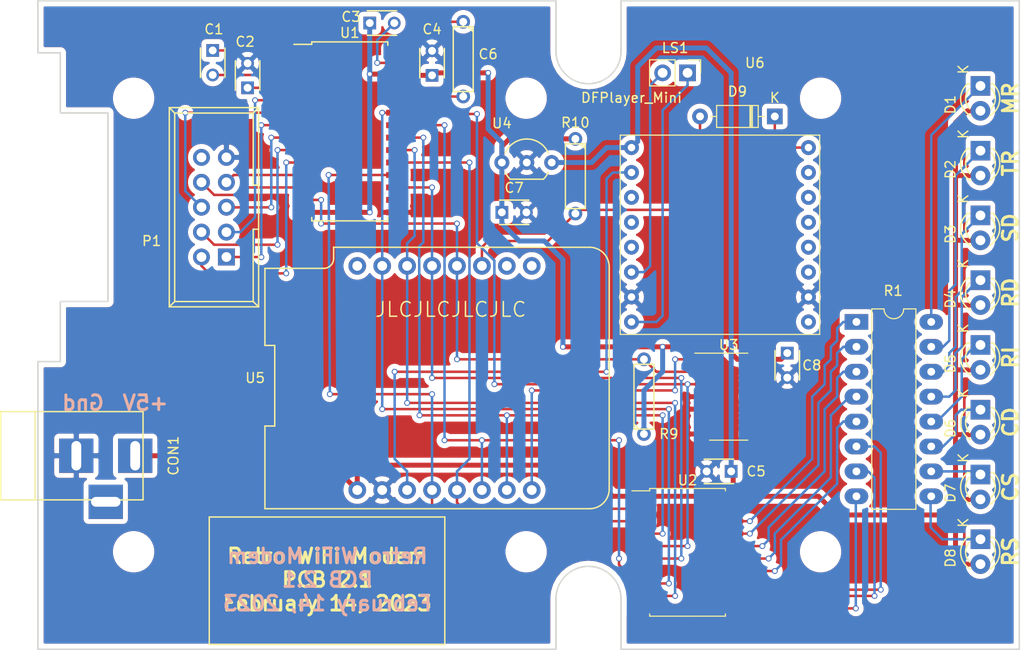
<source format=kicad_pcb>
(kicad_pcb (version 20171130) (host pcbnew 5.1.12)
  (title_block (title "Retro WiFi Modem") (date 2020-03-24) (rev 0.3))
  (layers (0 F.Cu signal) (31 B.Cu signal) (34 B.Paste user) (35 F.Paste user) (36 B.SilkS user) (37 F.SilkS user) (38 B.Mask user) (39 F.Mask user) (44 Edge.Cuts user))
  (net 0 "")
  (net 1 "Net-(C1-Pad1)")
  (net 2 "Net-(C1-Pad2)")
  (net 3 "Net-(C2-Pad1)")
  (net 4 GND)
  (net 5 +3V3)
  (net 6 +5V)
  (net 7 "Net-(C6-Pad1)")
  (net 8 "Net-(C6-Pad2)")
  (net 9 "Net-(D1-Pad1)")
  (net 10 "Net-(D2-Pad1)")
  (net 11 "Net-(D3-Pad1)")
  (net 12 "Net-(D4-Pad1)")
  (net 13 "Net-(D5-Pad1)")
  (net 14 "Net-(D6-Pad1)")
  (net 15 "Net-(D7-Pad1)")
  (net 16 "Net-(D8-Pad1)")
  (net 17 "Net-(P1-Pad1)")
  (net 18 "Net-(P1-Pad2)")
  (net 19 "Net-(P1-Pad3)")
  (net 20 "Net-(P1-Pad4)")
  (net 21 "Net-(P1-Pad5)")
  (net 22 "Net-(P1-Pad6)")
  (net 23 "Net-(P1-Pad7)")
  (net 24 "Net-(P1-Pad8)")
  (net 25 "Net-(R1-Pad1)")
  (net 26 "Net-(R9-Pad2)")
  (net 27 "Net-(U1-Pad16)")
  (net 28 "Net-(U1-Pad17)")
  (net 29 "Net-(U1-Pad18)")
  (net 30 "Net-(U3-Pad1)")
  (net 31 "Net-(U5-Pad16)")
  (net 32 "Net-(U5-Pad10)")
  (net 33 "Net-(U5-Pad9)")
  (net 34 "Net-(U3-Pad6)")
  (net 35 "Net-(U3-Pad8)")
  (net 36 "Net-(U3-Pad11)")
  (net 37 "Net-(CON1-Pad3)")
  (net 38 "Net-(U5-Pad3)")
  (net 39 "Net-(P1-Pad10)")
  (net 40 "Net-(C3-Pad2)")
  (net 41 "Net-(U1-Pad19)")
  (net 42 "Net-(U1-Pad20)")
  (net 43 "Net-(U1-Pad21)")
  (net 44 "Net-(U1-Pad22)")
  (net 45 "Net-(U1-Pad23)")
  (net 46 "Net-(U1-Pad24)")
  (net 47 "Net-(D9-Pad1)")
  (net 48 "Net-(D9-Pad2)")
  (net 49 "Net-(LS1-Pad1)")
  (net 50 "Net-(LS1-Pad2)")
  (net 51 "Net-(U6-Pad3)")
  (net 52 "Net-(U6-Pad4)")
  (net 53 "Net-(U6-Pad5)")
  (net 54 "Net-(U6-Pad9)")
  (net 55 "Net-(U6-Pad11)")
  (net 56 "Net-(U6-Pad12)")
  (net 57 "Net-(U6-Pad13)")
  (net 58 "Net-(U6-Pad14)")
  (net 59 "Net-(U6-Pad15)")
  (net 60 "Net-(R1-Pad2)")
  (net 61 "Net-(R1-Pad3)")
  (net 62 "Net-(R1-Pad4)")
  (net 63 "Net-(R1-Pad5)")
  (net 64 "Net-(R1-Pad6)")
  (net 65 "Net-(R1-Pad7)")
  (net 66 "Net-(R1-Pad8)")
  (module modules:DFPlayerMini (layer F.Cu) (at 170.18 90.805)
    (fp_text reference U6 (at 12.573 -8.636) (layer F.SilkS))
    (fp_text value DFPlayer_Mini (at 0 -5.08) (layer F.SilkS))
    (pad 16 thru_hole circle (at 18.034 0) (size 1.524 1.524) (drill 0.762) (layers *.Cu *.Mask) (net 47 "Net-(D9-Pad1)"))
    (pad 15 thru_hole circle (at 18.034 2.54) (size 1.524 1.524) (drill 0.762) (layers *.Cu *.Mask) (net 59 "Net-(U6-Pad15)"))
    (pad 14 thru_hole circle (at 18.034 5.08) (size 1.524 1.524) (drill 0.762) (layers *.Cu *.Mask) (net 58 "Net-(U6-Pad14)"))
    (pad 13 thru_hole circle (at 18.034 7.62) (size 1.524 1.524) (drill 0.762) (layers *.Cu *.Mask) (net 57 "Net-(U6-Pad13)"))
    (pad 12 thru_hole circle (at 18.034 10.16) (size 1.524 1.524) (drill 0.762) (layers *.Cu *.Mask) (net 56 "Net-(U6-Pad12)"))
    (pad 11 thru_hole circle (at 18.034 12.7) (size 1.524 1.524) (drill 0.762) (layers *.Cu *.Mask) (net 55 "Net-(U6-Pad11)"))
    (pad 10 thru_hole circle (at 18.034 15.24) (size 1.524 1.524) (drill 0.762) (layers *.Cu *.Mask) (net 4 GND))
    (pad 9 thru_hole circle (at 18.034 17.78) (size 1.524 1.524) (drill 0.762) (layers *.Cu *.Mask) (net 54 "Net-(U6-Pad9)"))
    (pad 8 thru_hole circle (at 0 17.78) (size 1.524 1.524) (drill 0.762) (layers *.Cu *.Mask) (net 49 "Net-(LS1-Pad1)"))
    (pad 7 thru_hole circle (at 0 15.24) (size 1.524 1.524) (drill 0.762) (layers *.Cu *.Mask) (net 4 GND))
    (pad 6 thru_hole circle (at 0 12.7) (size 1.524 1.524) (drill 0.762) (layers *.Cu *.Mask) (net 50 "Net-(LS1-Pad2)"))
    (pad 5 thru_hole circle (at 0 10.16) (size 1.524 1.524) (drill 0.762) (layers *.Cu *.Mask) (net 53 "Net-(U6-Pad5)"))
    (pad 4 thru_hole circle (at 0 7.62) (size 1.524 1.524) (drill 0.762) (layers *.Cu *.Mask) (net 52 "Net-(U6-Pad4)"))
    (pad 3 thru_hole circle (at 0 5.08) (size 1.524 1.524) (drill 0.762) (layers *.Cu *.Mask) (net 51 "Net-(U6-Pad3)"))
    (pad 2 thru_hole circle (at 0 2.54) (size 1.524 1.524) (drill 0.762) (layers *.Cu *.Mask) (net 38 "Net-(U5-Pad3)"))
    (pad 1 thru_hole circle (at 0 0) (size 1.524 1.524) (drill 0.762) (layers *.Cu *.Mask) (net 6 +5V))
  )
  (module modules:C_Disc_D3_P2.5 (layer F.Cu) (at 186.055 111.76 270)
    (fp_text reference C8 (at 1.25 -2.5 180) (layer F.SilkS))
    (fp_text value 100nF)
    (pad 2 thru_hole circle (at 2.5 0 270) (size 1.3 1.3) (drill 0.8) (layers *.Cu *.Mask) (net 4 GND))
    (pad 1 thru_hole rect (at 0 0 270) (size 1.3 1.3) (drill 0.8) (layers *.Cu *.Mask) (net 5 +3V3))
  )
  (module modules:C_Disc_D3_P2.5 (layer F.Cu) (at 156.972 97.409)
    (fp_text reference C7 (at 1.25 -2.5) (layer F.SilkS))
    (fp_text value 1uF)
    (pad 2 thru_hole circle (at 2.5 0) (size 1.3 1.3) (drill 0.8) (layers *.Cu *.Mask) (net 4 GND))
    (pad 1 thru_hole rect (at 0 0) (size 1.3 1.3) (drill 0.8) (layers *.Cu *.Mask) (net 5 +3V3))
  )
  (module modules:C_Disc_D3_P2.5 (layer F.Cu) (at 180.34 123.825 180)
    (fp_text reference C5 (at -2.54 0) (layer F.SilkS))
    (fp_text value 100nF)
    (pad 2 thru_hole circle (at 2.5 0 180) (size 1.3 1.3) (drill 0.8) (layers *.Cu *.Mask) (net 4 GND))
    (pad 1 thru_hole rect (at 0 0 180) (size 1.3 1.3) (drill 0.8) (layers *.Cu *.Mask) (net 6 +5V))
  )
  (module modules:C_Disc_D3_P2.5 (layer F.Cu) (at 149.86 83.439 90)
    (fp_text reference C4 (at 4.699 0 180) (layer F.SilkS))
    (fp_text value 100nF)
    (pad 2 thru_hole circle (at 2.5 0 90) (size 1.3 1.3) (drill 0.8) (layers *.Cu *.Mask) (net 4 GND))
    (pad 1 thru_hole rect (at 0 0 90) (size 1.3 1.3) (drill 0.8) (layers *.Cu *.Mask) (net 5 +3V3))
  )
  (module modules:C_Disc_D3_P2.5 (layer F.Cu) (at 143.51 78.105)
    (fp_text reference C3 (at -1.905 -0.635) (layer F.SilkS))
    (fp_text value 100nF)
    (pad 2 thru_hole circle (at 2.5 0) (size 1.3 1.3) (drill 0.8) (layers *.Cu *.Mask) (net 40 "Net-(C3-Pad2)"))
    (pad 1 thru_hole rect (at 0 0) (size 1.3 1.3) (drill 0.8) (layers *.Cu *.Mask) (net 5 +3V3))
  )
  (module modules:C_Disc_D3_P2.5 (layer F.Cu) (at 131.064 84.709 90)
    (fp_text reference C2 (at 4.699 -0.254 180) (layer F.SilkS))
    (fp_text value 100nF)
    (pad 2 thru_hole circle (at 2.5 0 90) (size 1.3 1.3) (drill 0.8) (layers *.Cu *.Mask) (net 4 GND))
    (pad 1 thru_hole rect (at 0 0 90) (size 1.3 1.3) (drill 0.8) (layers *.Cu *.Mask) (net 3 "Net-(C2-Pad1)"))
  )
  (module modules:C_Disc_D3_P2.5 (layer F.Cu) (at 127.508 80.899 270)
    (fp_text reference C1 (at -2.159 -0.127 180) (layer F.SilkS))
    (fp_text value 100nF)
    (pad 2 thru_hole circle (at 2.5 0 270) (size 1.3 1.3) (drill 0.8) (layers *.Cu *.Mask) (net 2 "Net-(C1-Pad2)"))
    (pad 1 thru_hole rect (at 0 0 270) (size 1.3 1.3) (drill 0.8) (layers *.Cu *.Mask) (net 1 "Net-(C1-Pad1)"))
  )
  (module modules:R3 (layer F.Cu) (at 171.45 116.205 90)
    (fp_text reference R9 (at -3.81 2.54 180) (layer F.SilkS))
    (fp_text value 10K)
    (pad 2 thru_hole circle (at 3.81 0 90) (size 1.397 1.397) (drill 0.8) (layers *.Cu *.Mask) (net 26 "Net-(R9-Pad2)"))
    (pad 1 thru_hole circle (at -3.81 0 90) (size 1.397 1.397) (drill 0.8) (layers *.Cu *.Mask) (net 5 +3V3))
  )
  (module modules:R3 (layer F.Cu) (at 153.035 81.788 270)
    (fp_text reference C6 (at -0.508 -2.54 180) (layer F.SilkS))
    (fp_text value 100nF)
    (pad 2 thru_hole circle (at 3.81 0 270) (size 1.397 1.397) (drill 0.8) (layers *.Cu *.Mask) (net 8 "Net-(C6-Pad2)"))
    (pad 1 thru_hole circle (at -3.81 0 270) (size 1.397 1.397) (drill 0.8) (layers *.Cu *.Mask) (net 7 "Net-(C6-Pad1)"))
  )
  (module modules:R3 (layer F.Cu) (at 164.465 93.726 270)
    (fp_text reference R10 (at -5.461 0 180) (layer F.SilkS))
    (fp_text value 10K)
    (pad 2 thru_hole circle (at 3.81 0 270) (size 1.397 1.397) (drill 0.8) (layers *.Cu *.Mask) (net 48 "Net-(D9-Pad2)"))
    (pad 1 thru_hole circle (at -3.81 0 270) (size 1.397 1.397) (drill 0.8) (layers *.Cu *.Mask) (net 5 +3V3))
  )
  (module modules:wemos-d1-mini-with-pin-header-and-connector (layer F.Cu) (at 151.13 114.3)
    (fp_text reference U5 (at -19.3 0 180) (layer F.SilkS))
    (fp_text value WeMos_mini)
    (pad 8 thru_hole circle (at 8.89 11.43) (size 1.8 1.8) (drill 1) (layers *.Cu *.Mask) (net 30 "Net-(U3-Pad1)"))
    (pad 9 thru_hole circle (at 8.89 -11.43) (size 1.8 1.8) (drill 1) (layers *.Cu *.Mask) (net 33 "Net-(U5-Pad9)"))
    (pad 7 thru_hole circle (at 6.35 11.43) (size 1.8 1.8) (drill 1) (layers *.Cu *.Mask) (net 43 "Net-(U1-Pad21)"))
    (pad 10 thru_hole circle (at 6.35 -11.43) (size 1.8 1.8) (drill 1) (layers *.Cu *.Mask) (net 32 "Net-(U5-Pad10)"))
    (pad 6 thru_hole circle (at 3.81 11.43) (size 1.8 1.8) (drill 1) (layers *.Cu *.Mask) (net 44 "Net-(U1-Pad22)"))
    (pad 11 thru_hole circle (at 3.81 -11.43) (size 1.8 1.8) (drill 1) (layers *.Cu *.Mask) (net 48 "Net-(D9-Pad2)"))
    (pad 5 thru_hole circle (at 1.27 11.43) (size 1.8 1.8) (drill 1) (layers *.Cu *.Mask) (net 41 "Net-(U1-Pad19)"))
    (pad 12 thru_hole circle (at 1.27 -11.43) (size 1.8 1.8) (drill 1) (layers *.Cu *.Mask) (net 26 "Net-(R9-Pad2)"))
    (pad 4 thru_hole circle (at -1.27 11.43) (size 1.8 1.8) (drill 1) (layers *.Cu *.Mask) (net 29 "Net-(U1-Pad18)"))
    (pad 13 thru_hole circle (at -1.27 -11.43) (size 1.8 1.8) (drill 1) (layers *.Cu *.Mask) (net 28 "Net-(U1-Pad17)"))
    (pad 3 thru_hole circle (at -3.81 11.43) (size 1.8 1.8) (drill 1) (layers *.Cu *.Mask) (net 38 "Net-(U5-Pad3)"))
    (pad 14 thru_hole circle (at -3.81 -11.43) (size 1.8 1.8) (drill 1) (layers *.Cu *.Mask) (net 42 "Net-(U1-Pad20)"))
    (pad 2 thru_hole circle (at -6.35 11.43) (size 1.8 1.8) (drill 1) (layers *.Cu *.Mask) (net 4 GND))
    (pad 15 thru_hole circle (at -6.35 -11.43) (size 1.8 1.8) (drill 1) (layers *.Cu *.Mask) (net 45 "Net-(U1-Pad23)"))
    (pad 1 thru_hole circle (at -8.89 11.43) (size 1.8 1.8) (drill 1) (layers *.Cu *.Mask) (net 6 +5V))
    (pad 16 thru_hole circle (at -8.89 -11.43) (size 1.8 1.8) (drill 1) (layers *.Cu *.Mask) (net 31 "Net-(U5-Pad16)"))
  )
  (module modules:IDC_Header_Straight_10pins (layer F.Cu) (at 128.905 101.965 90)
    (fp_text reference P1 (at 1.635 -7.62 180) (layer F.SilkS))
    (fp_text value CONN_02X05)
    (pad 10 thru_hole oval (at 10.16 -2.54 90) (size 1.7272 1.7272) (drill 1) (layers *.Cu *.Mask) (net 39 "Net-(P1-Pad10)"))
    (pad 9 thru_hole oval (at 10.16 0 90) (size 1.7272 1.7272) (drill 1) (layers *.Cu *.Mask) (net 4 GND))
    (pad 8 thru_hole oval (at 7.62 -2.54 90) (size 1.7272 1.7272) (drill 1) (layers *.Cu *.Mask) (net 24 "Net-(P1-Pad8)"))
    (pad 7 thru_hole oval (at 7.62 0 90) (size 1.7272 1.7272) (drill 1) (layers *.Cu *.Mask) (net 23 "Net-(P1-Pad7)"))
    (pad 6 thru_hole oval (at 5.08 -2.54 90) (size 1.7272 1.7272) (drill 1) (layers *.Cu *.Mask) (net 22 "Net-(P1-Pad6)"))
    (pad 5 thru_hole oval (at 5.08 0 90) (size 1.7272 1.7272) (drill 1) (layers *.Cu *.Mask) (net 21 "Net-(P1-Pad5)"))
    (pad 4 thru_hole oval (at 2.54 -2.54 90) (size 1.7272 1.7272) (drill 1) (layers *.Cu *.Mask) (net 20 "Net-(P1-Pad4)"))
    (pad 3 thru_hole oval (at 2.54 0 90) (size 1.7272 1.7272) (drill 1) (layers *.Cu *.Mask) (net 19 "Net-(P1-Pad3)"))
    (pad 2 thru_hole oval (at 0 -2.54 90) (size 1.7272 1.7272) (drill 1) (layers *.Cu *.Mask) (net 18 "Net-(P1-Pad2)"))
    (pad 1 thru_hole rect (at 0 0 90) (size 1.7272 1.7272) (drill 1) (layers *.Cu *.Mask) (net 17 "Net-(P1-Pad1)"))
  )
  (module modules:BARREL_JACK (layer F.Cu) (at 113.41 122.23)
    (fp_text reference CON1 (at 10.09904 0 90) (layer F.SilkS))
    (fp_text value "5V centre +")
    (pad 3 thru_hole rect (at 3.2004 4.699) (size 3.50012 3.50012) (drill oval 3 1) (layers *.Cu *.Mask) (net 37 "Net-(CON1-Pad3)"))
    (pad 2 thru_hole rect (at 0.20066 0) (size 3.50012 3.50012) (drill oval 1 3) (layers *.Cu *.Mask) (net 4 GND))
    (pad 1 thru_hole rect (at 6.20014 0) (size 3.50012 3.50012) (drill oval 1 3) (layers *.Cu *.Mask) (net 6 +5V))
  )
  (module modules:LED-3MM (layer F.Cu) (at 205.74 130.744 270)
    (fp_text reference D8 (at 1.91 3.06 90) (layer F.SilkS))
    (fp_text value TLPR5600)
    (fp_text user K (at -1.69 1.74 90) (layer F.SilkS))
    (pad 2 thru_hole circle (at 2.54 0 270) (size 2 2) (drill 1) (layers *.Cu *.Mask) (net 6 +5V))
    (pad 1 thru_hole rect (at 0 0) (size 2 2) (drill 1) (layers *.Cu *.Mask) (net 16 "Net-(D8-Pad1)"))
  )
  (module modules:LED-3MM (layer F.Cu) (at 205.74 124.14 270)
    (fp_text reference D7 (at 1.91 3.06 90) (layer F.SilkS))
    (fp_text value TLPR5600)
    (fp_text user K (at -1.69 1.74 90) (layer F.SilkS))
    (pad 2 thru_hole circle (at 2.54 0 270) (size 2 2) (drill 1) (layers *.Cu *.Mask) (net 6 +5V))
    (pad 1 thru_hole rect (at 0 0) (size 2 2) (drill 1) (layers *.Cu *.Mask) (net 15 "Net-(D7-Pad1)"))
  )
  (module modules:LED-3MM (layer F.Cu) (at 205.74 117.536 270)
    (fp_text reference D6 (at 1.91 3.06 90) (layer F.SilkS))
    (fp_text value TLPR5600)
    (fp_text user K (at -1.69 1.74 90) (layer F.SilkS))
    (pad 2 thru_hole circle (at 2.54 0 270) (size 2 2) (drill 1) (layers *.Cu *.Mask) (net 6 +5V))
    (pad 1 thru_hole rect (at 0 0) (size 2 2) (drill 1) (layers *.Cu *.Mask) (net 14 "Net-(D6-Pad1)"))
  )
  (module modules:LED-3MM (layer F.Cu) (at 205.74 110.932 270)
    (fp_text reference D5 (at 1.91 3.06 90) (layer F.SilkS))
    (fp_text value TLPR5600)
    (fp_text user K (at -1.69 1.74 90) (layer F.SilkS))
    (pad 2 thru_hole circle (at 2.54 0 270) (size 2 2) (drill 1) (layers *.Cu *.Mask) (net 6 +5V))
    (pad 1 thru_hole rect (at 0 0) (size 2 2) (drill 1) (layers *.Cu *.Mask) (net 13 "Net-(D5-Pad1)"))
  )
  (module modules:LED-3MM (layer F.Cu) (at 205.74 104.328 270)
    (fp_text reference D4 (at 1.91 3.06 90) (layer F.SilkS))
    (fp_text value TLPR5600)
    (fp_text user K (at -1.69 1.74 90) (layer F.SilkS))
    (pad 2 thru_hole circle (at 2.54 0 270) (size 2 2) (drill 1) (layers *.Cu *.Mask) (net 6 +5V))
    (pad 1 thru_hole rect (at 0 0) (size 2 2) (drill 1) (layers *.Cu *.Mask) (net 12 "Net-(D4-Pad1)"))
  )
  (module modules:LED-3MM (layer F.Cu) (at 205.74 97.724 270)
    (fp_text reference D3 (at 1.91 3.06 90) (layer F.SilkS))
    (fp_text value TLPR5600)
    (fp_text user K (at -1.69 1.74 90) (layer F.SilkS))
    (pad 2 thru_hole circle (at 2.54 0 270) (size 2 2) (drill 1) (layers *.Cu *.Mask) (net 6 +5V))
    (pad 1 thru_hole rect (at 0 0) (size 2 2) (drill 1) (layers *.Cu *.Mask) (net 11 "Net-(D3-Pad1)"))
  )
  (module modules:LED-3MM (layer F.Cu) (at 205.74 91.12 270)
    (fp_text reference D2 (at 1.91 3.06 90) (layer F.SilkS))
    (fp_text value TLPR5600)
    (fp_text user K (at -1.69 1.74 90) (layer F.SilkS))
    (pad 2 thru_hole circle (at 2.54 0 270) (size 2 2) (drill 1) (layers *.Cu *.Mask) (net 6 +5V))
    (pad 1 thru_hole rect (at 0 0) (size 2 2) (drill 1) (layers *.Cu *.Mask) (net 10 "Net-(D2-Pad1)"))
  )
  (module modules:LED-3MM (layer F.Cu) (at 205.74 84.516 270)
    (fp_text reference D1 (at 1.91 3.06 90) (layer F.SilkS))
    (fp_text value TLPR5600)
    (fp_text user K (at -1.69 1.74 90) (layer F.SilkS))
    (pad 2 thru_hole circle (at 2.54 0 270) (size 2 2) (drill 1) (layers *.Cu *.Mask) (net 6 +5V))
    (pad 1 thru_hole rect (at 0 0) (size 2 2) (drill 1) (layers *.Cu *.Mask) (net 9 "Net-(D1-Pad1)"))
  )
  (module modules:PinHeader_1x02_P2.54mm_Vertical (layer F.Cu) (at 175.895 83.185 270)
    (fp_text reference LS1 (at -2.54 1.27 180) (layer F.SilkS))
    (fp_text value Speaker)
    (pad 1 thru_hole rect (at 0 0 270) (size 1.7 1.7) (drill 1) (layers *.Cu *.Mask) (net 49 "Net-(LS1-Pad1)"))
    (pad 2 thru_hole oval (at 0 2.54 270) (size 1.7 1.7) (drill 1) (layers *.Cu *.Mask) (net 50 "Net-(LS1-Pad2)"))
  )
  (module modules:DIP-16_W7.62mm_LongPads (layer F.Cu) (at 193.1035 108.585)
    (fp_text reference R1 (at 3.7465 -3.175) (layer F.SilkS))
    (fp_text value 560R)
    (pad 16 thru_hole oval (at 7.62 0) (size 2.4 1.6) (drill 0.8) (layers *.Cu *.Mask) (net 9 "Net-(D1-Pad1)"))
    (pad 8 thru_hole oval (at 0 17.78) (size 2.4 1.6) (drill 0.8) (layers *.Cu *.Mask) (net 66 "Net-(R1-Pad8)"))
    (pad 15 thru_hole oval (at 7.62 2.54) (size 2.4 1.6) (drill 0.8) (layers *.Cu *.Mask) (net 10 "Net-(D2-Pad1)"))
    (pad 7 thru_hole oval (at 0 15.24) (size 2.4 1.6) (drill 0.8) (layers *.Cu *.Mask) (net 65 "Net-(R1-Pad7)"))
    (pad 14 thru_hole oval (at 7.62 5.08) (size 2.4 1.6) (drill 0.8) (layers *.Cu *.Mask) (net 11 "Net-(D3-Pad1)"))
    (pad 6 thru_hole oval (at 0 12.7) (size 2.4 1.6) (drill 0.8) (layers *.Cu *.Mask) (net 64 "Net-(R1-Pad6)"))
    (pad 13 thru_hole oval (at 7.62 7.62) (size 2.4 1.6) (drill 0.8) (layers *.Cu *.Mask) (net 12 "Net-(D4-Pad1)"))
    (pad 5 thru_hole oval (at 0 10.16) (size 2.4 1.6) (drill 0.8) (layers *.Cu *.Mask) (net 63 "Net-(R1-Pad5)"))
    (pad 12 thru_hole oval (at 7.62 10.16) (size 2.4 1.6) (drill 0.8) (layers *.Cu *.Mask) (net 13 "Net-(D5-Pad1)"))
    (pad 4 thru_hole oval (at 0 7.62) (size 2.4 1.6) (drill 0.8) (layers *.Cu *.Mask) (net 62 "Net-(R1-Pad4)"))
    (pad 11 thru_hole oval (at 7.62 12.7) (size 2.4 1.6) (drill 0.8) (layers *.Cu *.Mask) (net 14 "Net-(D6-Pad1)"))
    (pad 3 thru_hole oval (at 0 5.08) (size 2.4 1.6) (drill 0.8) (layers *.Cu *.Mask) (net 61 "Net-(R1-Pad3)"))
    (pad 10 thru_hole oval (at 7.62 15.24) (size 2.4 1.6) (drill 0.8) (layers *.Cu *.Mask) (net 15 "Net-(D7-Pad1)"))
    (pad 2 thru_hole oval (at 0 2.54) (size 2.4 1.6) (drill 0.8) (layers *.Cu *.Mask) (net 60 "Net-(R1-Pad2)"))
    (pad 9 thru_hole oval (at 7.62 17.78) (size 2.4 1.6) (drill 0.8) (layers *.Cu *.Mask) (net 16 "Net-(D8-Pad1)"))
    (pad 1 thru_hole rect (at 0 0) (size 2.4 1.6) (drill 0.8) (layers *.Cu *.Mask) (net 25 "Net-(R1-Pad1)"))
  )
  (module modules:TO-92_Inline_Wide (layer F.Cu) (at 156.972 92.329)
    (fp_text reference U4 (at 0 -4 180) (layer F.SilkS))
    (fp_text value L4931CZ33-AP)
    (pad 1 thru_hole circle (at 0 0 90) (size 1.524 1.524) (drill 0.8) (layers *.Cu *.Mask) (net 5 +3V3))
    (pad 3 thru_hole circle (at 5.08 0 90) (size 1.524 1.524) (drill 0.8) (layers *.Cu *.Mask) (net 6 +5V))
    (pad 2 thru_hole circle (at 2.54 0 90) (size 1.524 1.524) (drill 0.8) (layers *.Cu *.Mask) (net 4 GND))
  )
  (module modules:SOIC-14_3.9x8.7mm_P1.27mm (layer F.Cu) (at 180.086 116.205)
    (fp_text reference U3 (at 0 -5.28) (layer F.SilkS))
    (fp_text value 74HC32)
    (pad 14 smd roundrect (at 2.475 -3.81) (size 1.95 0.6) (layers F.Cu F.Paste F.Mask) (net 5 +3V3))
    (pad 13 smd roundrect (at 2.475 -2.54) (size 1.95 0.6) (layers F.Cu F.Paste F.Mask) (net 4 GND))
    (pad 12 smd roundrect (at 2.475 -1.27) (size 1.95 0.6) (layers F.Cu F.Paste F.Mask) (net 4 GND))
    (pad 11 smd roundrect (at 2.475 0) (size 1.95 0.6) (layers F.Cu F.Paste F.Mask) (net 36 "Net-(U3-Pad11)"))
    (pad 10 smd roundrect (at 2.475 1.27) (size 1.95 0.6) (layers F.Cu F.Paste F.Mask) (net 4 GND))
    (pad 9 smd roundrect (at 2.475 2.54) (size 1.95 0.6) (layers F.Cu F.Paste F.Mask) (net 4 GND))
    (pad 8 smd roundrect (at 2.475 3.81) (size 1.95 0.6) (layers F.Cu F.Paste F.Mask) (net 35 "Net-(U3-Pad8)"))
    (pad 7 smd roundrect (at -2.475 3.81) (size 1.95 0.6) (layers F.Cu F.Paste F.Mask) (net 4 GND))
    (pad 6 smd roundrect (at -2.475 2.54) (size 1.95 0.6) (layers F.Cu F.Paste F.Mask) (net 34 "Net-(U3-Pad6)"))
    (pad 5 smd roundrect (at -2.475 1.27) (size 1.95 0.6) (layers F.Cu F.Paste F.Mask) (net 4 GND))
    (pad 4 smd roundrect (at -2.475 0) (size 1.95 0.6) (layers F.Cu F.Paste F.Mask) (net 4 GND))
    (pad 3 smd roundrect (at -2.475 -1.27) (size 1.95 0.6) (layers F.Cu F.Paste F.Mask) (net 46 "Net-(U1-Pad24)"))
    (pad 2 smd roundrect (at -2.475 -2.54) (size 1.95 0.6) (layers F.Cu F.Paste F.Mask) (net 26 "Net-(R9-Pad2)"))
    (pad 1 smd roundrect (at -2.475 -3.81) (size 1.95 0.6) (layers F.Cu F.Paste F.Mask) (net 30 "Net-(U3-Pad1)"))
  )
  (module modules:SOIC-20W_7.5x12.8mm_P1.27mm (layer F.Cu) (at 175.895 132.08)
    (fp_text reference U2 (at 0 -7.35) (layer F.SilkS))
    (fp_text value 74HCT245)
    (pad 20 smd roundrect (at 4.65 -5.715) (size 2.05 0.6) (layers F.Cu F.Paste F.Mask) (net 6 +5V))
    (pad 19 smd roundrect (at 4.65 -4.445) (size 2.05 0.6) (layers F.Cu F.Paste F.Mask) (net 4 GND))
    (pad 18 smd roundrect (at 4.65 -3.175) (size 2.05 0.6) (layers F.Cu F.Paste F.Mask) (net 25 "Net-(R1-Pad1)"))
    (pad 17 smd roundrect (at 4.65 -1.905) (size 2.05 0.6) (layers F.Cu F.Paste F.Mask) (net 60 "Net-(R1-Pad2)"))
    (pad 16 smd roundrect (at 4.65 -0.635) (size 2.05 0.6) (layers F.Cu F.Paste F.Mask) (net 61 "Net-(R1-Pad3)"))
    (pad 15 smd roundrect (at 4.65 0.635) (size 2.05 0.6) (layers F.Cu F.Paste F.Mask) (net 62 "Net-(R1-Pad4)"))
    (pad 14 smd roundrect (at 4.65 1.905) (size 2.05 0.6) (layers F.Cu F.Paste F.Mask) (net 63 "Net-(R1-Pad5)"))
    (pad 13 smd roundrect (at 4.65 3.175) (size 2.05 0.6) (layers F.Cu F.Paste F.Mask) (net 64 "Net-(R1-Pad6)"))
    (pad 12 smd roundrect (at 4.65 4.445) (size 2.05 0.6) (layers F.Cu F.Paste F.Mask) (net 65 "Net-(R1-Pad7)"))
    (pad 11 smd roundrect (at 4.65 5.715) (size 2.05 0.6) (layers F.Cu F.Paste F.Mask) (net 66 "Net-(R1-Pad8)"))
    (pad 10 smd roundrect (at -4.65 5.715) (size 2.05 0.6) (layers F.Cu F.Paste F.Mask) (net 4 GND))
    (pad 9 smd roundrect (at -4.65 4.445) (size 2.05 0.6) (layers F.Cu F.Paste F.Mask) (net 42 "Net-(U1-Pad20)"))
    (pad 8 smd roundrect (at -4.65 3.175) (size 2.05 0.6) (layers F.Cu F.Paste F.Mask) (net 45 "Net-(U1-Pad23)"))
    (pad 7 smd roundrect (at -4.65 1.905) (size 2.05 0.6) (layers F.Cu F.Paste F.Mask) (net 44 "Net-(U1-Pad22)"))
    (pad 6 smd roundrect (at -4.65 0.635) (size 2.05 0.6) (layers F.Cu F.Paste F.Mask) (net 28 "Net-(U1-Pad17)"))
    (pad 5 smd roundrect (at -4.65 -0.635) (size 2.05 0.6) (layers F.Cu F.Paste F.Mask) (net 46 "Net-(U1-Pad24)"))
    (pad 4 smd roundrect (at -4.65 -1.905) (size 2.05 0.6) (layers F.Cu F.Paste F.Mask) (net 43 "Net-(U1-Pad21)"))
    (pad 3 smd roundrect (at -4.65 -3.175) (size 2.05 0.6) (layers F.Cu F.Paste F.Mask) (net 29 "Net-(U1-Pad18)"))
    (pad 2 smd roundrect (at -4.65 -4.445) (size 2.05 0.6) (layers F.Cu F.Paste F.Mask) (net 41 "Net-(U1-Pad19)"))
    (pad 1 smd roundrect (at -4.65 -5.715) (size 2.05 0.6) (layers F.Cu F.Paste F.Mask) (net 6 +5V))
  )
  (module modules:MountingHole_3.2mm_Hammond_1593 (layer F.Cu) (at 119.45 85.77)
    (fp_text reference "" (at 0 -4.2) (layer F.SilkS))
    (fp_text value "")
    (pad 1 np_thru_hole circle (at 0 0) (size 3.2 3.2) (drill 3.2) (layers *.Cu *.Mask))
  )
  (module modules:MountingHole_3.2mm_Hammond_1593 (layer F.Cu) (at 119.45 132.02)
    (fp_text reference "" (at 0 -4.2) (layer F.SilkS))
    (fp_text value "")
    (pad 1 np_thru_hole circle (at 0 0) (size 3.2 3.2) (drill 3.2) (layers *.Cu *.Mask))
  )
  (module modules:MountingHole_3.2mm_Hammond_1593 (layer F.Cu) (at 159.45 132.02)
    (fp_text reference "" (at 0 -4.2) (layer F.SilkS))
    (fp_text value "")
    (pad 1 np_thru_hole circle (at 0 0) (size 3.2 3.2) (drill 3.2) (layers *.Cu *.Mask))
  )
  (module modules:MountingHole_3.2mm_Hammond_1593 (layer F.Cu) (at 159.45 85.77)
    (fp_text reference "" (at 0 -4.2) (layer F.SilkS))
    (fp_text value "")
    (pad 1 np_thru_hole circle (at 0 0) (size 3.2 3.2) (drill 3.2) (layers *.Cu *.Mask))
  )
  (module modules:MountingHole_3.2mm_Hammond_1593 (layer F.Cu) (at 189.45 85.77)
    (fp_text reference "" (at 0 -4.2) (layer F.SilkS))
    (fp_text value "")
    (pad 1 np_thru_hole circle (at 0 0) (size 3.2 3.2) (drill 3.2) (layers *.Cu *.Mask))
  )
  (module modules:MountingHole_3.2mm_Hammond_1593 (layer F.Cu) (at 189.45 132.02)
    (fp_text reference "" (at 0 -4.2) (layer F.SilkS))
    (fp_text value "")
    (pad 1 np_thru_hole circle (at 0 0) (size 3.2 3.2) (drill 3.2) (layers *.Cu *.Mask))
  )
  (module modules:SOIC-28W_7.5x17.9mm_Pitch1.27mm (layer F.Cu) (at 141.478 89.154)
    (fp_text reference U1 (at 0 -10.05) (layer F.SilkS))
    (fp_text value MAX3237CAI+)
    (pad 1 smd rect (at -4.7 -8.255) (size 2 0.6) (layers F.Cu F.Paste F.Mask) (net 1 "Net-(C1-Pad1)"))
    (pad 2 smd rect (at -4.7 -6.985) (size 2 0.6) (layers F.Cu F.Paste F.Mask) (net 4 GND))
    (pad 3 smd rect (at -4.7 -5.715) (size 2 0.6) (layers F.Cu F.Paste F.Mask) (net 2 "Net-(C1-Pad2)"))
    (pad 4 smd rect (at -4.7 -4.445) (size 2 0.6) (layers F.Cu F.Paste F.Mask) (net 3 "Net-(C2-Pad1)"))
    (pad 5 smd rect (at -4.7 -3.175) (size 2 0.6) (layers F.Cu F.Paste F.Mask) (net 19 "Net-(P1-Pad3)"))
    (pad 6 smd rect (at -4.7 -1.905) (size 2 0.6) (layers F.Cu F.Paste F.Mask) (net 22 "Net-(P1-Pad6)"))
    (pad 7 smd rect (at -4.7 -0.635) (size 2 0.6) (layers F.Cu F.Paste F.Mask) (net 17 "Net-(P1-Pad1)"))
    (pad 8 smd rect (at -4.7 0.635) (size 2 0.6) (layers F.Cu F.Paste F.Mask) (net 21 "Net-(P1-Pad5)"))
    (pad 9 smd rect (at -4.7 1.905) (size 2 0.6) (layers F.Cu F.Paste F.Mask) (net 20 "Net-(P1-Pad4)"))
    (pad 10 smd rect (at -4.7 3.175) (size 2 0.6) (layers F.Cu F.Paste F.Mask) (net 18 "Net-(P1-Pad2)"))
    (pad 11 smd rect (at -4.7 4.445) (size 2 0.6) (layers F.Cu F.Paste F.Mask) (net 23 "Net-(P1-Pad7)"))
    (pad 12 smd rect (at -4.7 5.715) (size 2 0.6) (layers F.Cu F.Paste F.Mask) (net 24 "Net-(P1-Pad8)"))
    (pad 13 smd rect (at -4.7 6.985) (size 2 0.6) (layers F.Cu F.Paste F.Mask) (net 26 "Net-(R9-Pad2)"))
    (pad 14 smd rect (at -4.7 8.255) (size 2 0.6) (layers F.Cu F.Paste F.Mask) (net 5 +3V3))
    (pad 15 smd rect (at 4.7 8.255) (size 2 0.6) (layers F.Cu F.Paste F.Mask) (net 4 GND))
    (pad 16 smd rect (at 4.7 6.985) (size 2 0.6) (layers F.Cu F.Paste F.Mask) (net 27 "Net-(U1-Pad16)"))
    (pad 17 smd rect (at 4.7 5.715) (size 2 0.6) (layers F.Cu F.Paste F.Mask) (net 28 "Net-(U1-Pad17)"))
    (pad 18 smd rect (at 4.7 4.445) (size 2 0.6) (layers F.Cu F.Paste F.Mask) (net 29 "Net-(U1-Pad18)"))
    (pad 19 smd rect (at 4.7 3.175) (size 2 0.6) (layers F.Cu F.Paste F.Mask) (net 41 "Net-(U1-Pad19)"))
    (pad 20 smd rect (at 4.7 1.905) (size 2 0.6) (layers F.Cu F.Paste F.Mask) (net 42 "Net-(U1-Pad20)"))
    (pad 21 smd rect (at 4.7 0.635) (size 2 0.6) (layers F.Cu F.Paste F.Mask) (net 43 "Net-(U1-Pad21)"))
    (pad 22 smd rect (at 4.7 -0.635) (size 2 0.6) (layers F.Cu F.Paste F.Mask) (net 44 "Net-(U1-Pad22)"))
    (pad 23 smd rect (at 4.7 -1.905) (size 2 0.6) (layers F.Cu F.Paste F.Mask) (net 45 "Net-(U1-Pad23)"))
    (pad 24 smd rect (at 4.7 -3.175) (size 2 0.6) (layers F.Cu F.Paste F.Mask) (net 46 "Net-(U1-Pad24)"))
    (pad 25 smd rect (at 4.7 -4.445) (size 2 0.6) (layers F.Cu F.Paste F.Mask) (net 8 "Net-(C6-Pad2)"))
    (pad 26 smd rect (at 4.7 -5.715) (size 2 0.6) (layers F.Cu F.Paste F.Mask) (net 5 +3V3))
    (pad 27 smd rect (at 4.7 -6.985) (size 2 0.6) (layers F.Cu F.Paste F.Mask) (net 40 "Net-(C3-Pad2)"))
    (pad 28 smd rect (at 4.7 -8.255) (size 2 0.6) (layers F.Cu F.Paste F.Mask) (net 7 "Net-(C6-Pad1)"))
  )
  (module modules:D_DO-35_SOD27_P7.62mm_Horizontal (layer F.Cu) (at 184.785 87.63 180)
    (fp_text reference D9 (at 3.81 2.54) (layer F.SilkS))
    (fp_text value 1N4148)
    (fp_text user K (at 0 1.905) (layer F.SilkS))
    (pad 1 thru_hole rect (at 0 0 180) (size 1.6 1.6) (drill 0.8) (layers *.Cu *.Mask) (net 47 "Net-(D9-Pad1)"))
    (pad 2 thru_hole oval (at 7.62 0 180) (size 1.6 1.6) (drill 0.8) (layers *.Cu *.Mask) (net 48 "Net-(D9-Pad2)"))
  )
  (gr_text JLCJLCJLCJLC (at 151.765 107.315) (layer F.SilkS) (effects (font (size 1.5 1.5))))
  (gr_line (start 127.159 141.476) (end 127.159 128.476) (layer F.SilkS) (width 0.15))
  (gr_line (start 151.159 141.476) (end 127.159 141.476) (layer F.SilkS) (width 0.15))
  (gr_line (start 151.159 128.476) (end 151.159 141.476) (layer F.SilkS) (width 0.15))
  (gr_line (start 127.159 128.476) (end 151.159 128.476) (layer F.SilkS) (width 0.15))
  (gr_text "Retro WiFi Modem\nPCB 2.1\nFebruary 14, 2023" (at 139.192 134.874) (layer F.SilkS) (effects (font (size 1.5 1.5) (thickness 0.3))))
  (gr_text RS (at 208.788 132.014 90) (layer F.SilkS) (effects (font (size 1.5 1.5) (thickness 0.3))))
  (gr_text RS (at 208.788 132.014 90) (layer F.SilkS) (effects (font (size 1.5 1.5) (thickness 0.3))))
  (gr_text CS (at 208.788 125.41 90) (layer F.SilkS) (effects (font (size 1.5 1.5) (thickness 0.3))))
  (gr_text CD (at 208.788 118.806 90) (layer F.SilkS) (effects (font (size 1.5 1.5) (thickness 0.3))))
  (gr_text RI (at 208.788 112.202 90) (layer F.SilkS) (effects (font (size 1.5 1.5) (thickness 0.3))))
  (gr_text RD (at 208.788 105.598 90) (layer F.SilkS) (effects (font (size 1.5 1.5) (thickness 0.3))))
  (gr_text SD (at 208.788 98.994 90) (layer F.SilkS) (effects (font (size 1.5 1.5) (thickness 0.3))))
  (gr_text TR (at 208.788 92.39 90) (layer F.SilkS) (effects (font (size 1.5 1.5) (thickness 0.3))))
  (gr_text MR (at 208.788 85.786 90) (layer F.SilkS) (effects (font (size 1.5 1.5) (thickness 0.3))))
  (gr_text "Retro WiFi Modem\nPCB 2.1\nFebruary 14, 2023" (at 139.192 134.874) (layer B.SilkS) (effects (font (size 1.5 1.5) (thickness 0.3)) (justify mirror)))
  (gr_text Gnd (at 114.3 116.84) (layer B.SilkS) (effects (font (size 1.5 1.5) (thickness 0.3)) (justify mirror)))
  (gr_text +5V (at 120.65 116.84) (layer B.SilkS) (effects (font (size 1.5 1.5) (thickness 0.3)) (justify mirror)))
  (gr_line (start 109.7 75.83) (end 162.485 75.83) (angle 90) (layer Edge.Cuts) (width 0.15))
  (gr_line (start 162.485 75.83) (end 162.485 80.975) (angle 90) (layer Edge.Cuts) (width 0.15))
  (gr_arc (start 165.8 80.975) (end 169.115 80.975) (angle 180) (layer Edge.Cuts) (width 0.15))
  (gr_line (start 169.115 80.975) (end 169.115 75.83) (angle 90) (layer Edge.Cuts) (width 0.15))
  (gr_line (start 169.115 75.83) (end 209.7 75.83) (angle 90) (layer Edge.Cuts) (width 0.15))
  (gr_line (start 209.7 75.83) (end 209.7 141.97) (angle 90) (layer Edge.Cuts) (width 0.15))
  (gr_line (start 209.7 141.97) (end 169.115 141.97) (angle 90) (layer Edge.Cuts) (width 0.15))
  (gr_line (start 169.115 141.97) (end 169.115 136.825) (angle 90) (layer Edge.Cuts) (width 0.15))
  (gr_arc (start 165.8 136.825) (end 162.485 136.825) (angle 180) (layer Edge.Cuts) (width 0.15))
  (gr_line (start 162.485 136.825) (end 162.485 141.97) (angle 90) (layer Edge.Cuts) (width 0.15))
  (gr_line (start 162.485 141.97) (end 109.7 141.97) (angle 90) (layer Edge.Cuts) (width 0.15))
  (gr_line (start 109.7 141.97) (end 109.7 112.629) (angle 90) (layer Edge.Cuts) (width 0.15))
  (gr_line (start 109.7 112.629) (end 111.9806 112.629) (angle 90) (layer Edge.Cuts) (width 0.15))
  (gr_line (start 111.9806 112.629) (end 111.9806 106.4989) (angle 90) (layer Edge.Cuts) (width 0.15))
  (gr_line (start 111.9806 106.4989) (end 116.832 106.4989) (angle 90) (layer Edge.Cuts) (width 0.15))
  (gr_line (start 116.832 106.4989) (end 116.832 87.2711) (angle 90) (layer Edge.Cuts) (width 0.15))
  (gr_line (start 116.832 87.2711) (end 111.9806 87.2711) (angle 90) (layer Edge.Cuts) (width 0.15))
  (gr_line (start 111.9806 87.2711) (end 111.9806 81.141) (angle 90) (layer Edge.Cuts) (width 0.15))
  (gr_line (start 111.9806 81.141) (end 109.7 81.141) (angle 90) (layer Edge.Cuts) (width 0.15))
  (gr_line (start 109.7 81.141) (end 109.7 75.83) (angle 90) (layer Edge.Cuts) (width 0.15))
  (segment (start 136.778 80.899) (end 127.508 80.899) (width 0.254) (layer F.Cu) (net 1))
  (segment (start 127.508 83.399) (end 136.738 83.399) (width 0.254) (layer F.Cu) (net 2))
  (segment (start 136.738 83.399) (end 136.778 83.439) (width 0.254) (layer F.Cu) (net 2))
  (segment (start 131.064 84.709) (end 136.778 84.709) (width 0.254) (layer F.Cu) (net 3))
  (segment (start 143.51 83.312) (end 143.51 97.409) (width 0.508) (layer B.Cu) (net 5))
  (segment (start 143.51 97.409) (end 136.778 97.409) (width 0.508) (layer F.Cu) (net 5))
  (via (at 143.51 97.409) (size 0.6) (drill 0.4) (layers F.Cu B.Cu) (net 5))
  (segment (start 146.178 83.439) (end 146.051 83.312) (width 0.508) (layer F.Cu) (net 5))
  (segment (start 146.051 83.312) (end 143.51 83.312) (width 0.508) (layer F.Cu) (net 5))
  (segment (start 143.51 83.312) (end 143.51 78.105) (width 0.508) (layer B.Cu) (net 5))
  (via (at 143.51 83.312) (size 0.6) (drill 0.4) (layers F.Cu B.Cu) (net 5))
  (segment (start 146.178 83.439) (end 149.86 83.439) (width 0.508) (layer F.Cu) (net 5))
  (segment (start 185.42 112.395) (end 186.055 111.76) (width 0.508) (layer F.Cu) (net 5))
  (segment (start 182.561 112.395) (end 185.42 112.395) (width 0.508) (layer F.Cu) (net 5))
  (segment (start 171.45 120.015) (end 171.45 115.57) (width 0.508) (layer B.Cu) (net 5))
  (via (at 173.355 111.125) (size 0.6) (drill 0.4) (layers F.Cu B.Cu) (net 5))
  (segment (start 173.355 113.665) (end 173.355 111.125) (width 0.508) (layer B.Cu) (net 5))
  (segment (start 171.45 115.57) (end 173.355 113.665) (width 0.508) (layer B.Cu) (net 5))
  (segment (start 173.355 111.125) (end 179.705 111.125) (width 0.508) (layer F.Cu) (net 5))
  (segment (start 180.975 112.395) (end 182.561 112.395) (width 0.508) (layer F.Cu) (net 5))
  (segment (start 179.705 111.125) (end 180.975 112.395) (width 0.508) (layer F.Cu) (net 5))
  (segment (start 156.972 92.329) (end 156.972 97.409) (width 0.508) (layer B.Cu) (net 5))
  (segment (start 156.972 97.409) (end 156.972 98.552) (width 0.508) (layer B.Cu) (net 5))
  (segment (start 156.972 98.552) (end 158.75 100.33) (width 0.508) (layer B.Cu) (net 5))
  (segment (start 158.75 100.33) (end 161.29 100.33) (width 0.508) (layer B.Cu) (net 5))
  (via (at 163.195 111.125) (size 0.6) (drill 0.4) (layers F.Cu B.Cu) (net 5))
  (segment (start 163.195 102.235) (end 163.195 111.125) (width 0.508) (layer B.Cu) (net 5))
  (segment (start 161.29 100.33) (end 163.195 102.235) (width 0.508) (layer B.Cu) (net 5))
  (segment (start 163.195 111.125) (end 173.355 111.125) (width 0.508) (layer F.Cu) (net 5))
  (segment (start 156.972 92.329) (end 156.972 90.297) (width 0.508) (layer B.Cu) (net 5))
  (via (at 155.575 83.185) (size 0.6) (drill 0.4) (layers F.Cu B.Cu) (net 5))
  (segment (start 155.575 88.9) (end 155.575 83.185) (width 0.508) (layer B.Cu) (net 5))
  (segment (start 156.972 90.297) (end 155.575 88.9) (width 0.508) (layer B.Cu) (net 5))
  (segment (start 150.114 83.185) (end 149.86 83.439) (width 0.508) (layer F.Cu) (net 5))
  (segment (start 155.575 83.185) (end 150.114 83.185) (width 0.508) (layer F.Cu) (net 5))
  (segment (start 156.972 92.329) (end 156.972 90.678) (width 0.508) (layer F.Cu) (net 5))
  (segment (start 157.734 89.916) (end 164.465 89.916) (width 0.508) (layer F.Cu) (net 5))
  (segment (start 156.972 90.678) (end 157.734 89.916) (width 0.508) (layer F.Cu) (net 5))
  (segment (start 142.24 125.73) (end 138.74 122.23) (width 0.508) (layer F.Cu) (net 6))
  (segment (start 138.74 122.23) (end 119.61014 122.23) (width 0.508) (layer F.Cu) (net 6))
  (segment (start 162.052 92.329) (end 166.116 92.329) (width 0.508) (layer B.Cu) (net 6))
  (segment (start 167.64 90.805) (end 170.205 90.805) (width 0.508) (layer B.Cu) (net 6))
  (segment (start 166.116 92.329) (end 167.64 90.805) (width 0.508) (layer B.Cu) (net 6))
  (segment (start 180.545 124.03) (end 180.34 123.825) (width 0.508) (layer F.Cu) (net 6))
  (segment (start 180.545 126.365) (end 180.545 124.03) (width 0.508) (layer F.Cu) (net 6))
  (segment (start 142.24 125.73) (end 142.24 123.825) (width 0.508) (layer F.Cu) (net 6))
  (segment (start 142.24 123.825) (end 142.875 123.19) (width 0.508) (layer F.Cu) (net 6))
  (segment (start 142.875 123.19) (end 165.1 123.19) (width 0.508) (layer F.Cu) (net 6))
  (segment (start 168.275 126.365) (end 171.245 126.365) (width 0.508) (layer F.Cu) (net 6))
  (segment (start 165.1 123.19) (end 168.275 126.365) (width 0.508) (layer F.Cu) (net 6))
  (segment (start 171.245 126.365) (end 180.545 126.365) (width 0.508) (layer F.Cu) (net 6))
  (segment (start 205.74 133.284) (end 203.769 133.284) (width 0.508) (layer F.Cu) (net 6))
  (segment (start 203.769 133.284) (end 203.2 132.715) (width 0.508) (layer F.Cu) (net 6))
  (segment (start 204.409 87.056) (end 205.74 87.056) (width 0.508) (layer F.Cu) (net 6))
  (segment (start 203.2 88.265) (end 204.409 87.056) (width 0.508) (layer F.Cu) (net 6))
  (segment (start 203.515 93.66) (end 203.2 93.345) (width 0.508) (layer F.Cu) (net 6))
  (segment (start 205.74 93.66) (end 203.515 93.66) (width 0.508) (layer F.Cu) (net 6))
  (segment (start 203.2 93.345) (end 203.2 88.265) (width 0.508) (layer F.Cu) (net 6))
  (segment (start 203.266 100.264) (end 203.2 100.33) (width 0.508) (layer F.Cu) (net 6))
  (segment (start 205.74 100.264) (end 203.266 100.264) (width 0.508) (layer F.Cu) (net 6))
  (segment (start 203.2 100.33) (end 203.2 93.345) (width 0.508) (layer F.Cu) (net 6))
  (segment (start 203.388 106.868) (end 203.2 106.68) (width 0.508) (layer F.Cu) (net 6))
  (segment (start 205.74 106.868) (end 203.388 106.868) (width 0.508) (layer F.Cu) (net 6))
  (segment (start 203.2 106.68) (end 203.2 100.33) (width 0.508) (layer F.Cu) (net 6))
  (segment (start 203.393 113.472) (end 203.2 113.665) (width 0.508) (layer F.Cu) (net 6))
  (segment (start 205.74 113.472) (end 203.393 113.472) (width 0.508) (layer F.Cu) (net 6))
  (segment (start 203.2 113.665) (end 203.2 106.68) (width 0.508) (layer F.Cu) (net 6))
  (segment (start 203.261 120.076) (end 203.2 120.015) (width 0.508) (layer F.Cu) (net 6))
  (segment (start 203.2 120.015) (end 203.2 113.665) (width 0.508) (layer F.Cu) (net 6))
  (segment (start 205.74 120.076) (end 203.261 120.076) (width 0.508) (layer F.Cu) (net 6))
  (segment (start 203.2 127) (end 203.2 120.015) (width 0.508) (layer F.Cu) (net 6))
  (segment (start 203.52 126.68) (end 203.2 127) (width 0.508) (layer F.Cu) (net 6))
  (segment (start 205.74 126.68) (end 203.52 126.68) (width 0.508) (layer F.Cu) (net 6))
  (segment (start 180.545 126.365) (end 189.23 126.365) (width 0.508) (layer F.Cu) (net 6))
  (segment (start 191.135 128.27) (end 203.2 128.27) (width 0.508) (layer F.Cu) (net 6))
  (segment (start 189.23 126.365) (end 191.135 128.27) (width 0.508) (layer F.Cu) (net 6))
  (segment (start 203.2 128.27) (end 203.2 127) (width 0.508) (layer F.Cu) (net 6))
  (segment (start 203.2 132.715) (end 203.2 128.27) (width 0.508) (layer F.Cu) (net 6))
  (segment (start 180.34 123.825) (end 180.34 83.185) (width 0.508) (layer B.Cu) (net 6))
  (segment (start 180.34 83.185) (end 177.8 80.645) (width 0.508) (layer B.Cu) (net 6))
  (segment (start 177.8 80.645) (end 172.72 80.645) (width 0.508) (layer B.Cu) (net 6))
  (segment (start 170.18 90.805) (end 170.815 90.17) (width 0.508) (layer B.Cu) (net 6))
  (segment (start 170.815 90.17) (end 170.815 82.55) (width 0.508) (layer B.Cu) (net 6))
  (segment (start 170.815 82.55) (end 172.72 80.645) (width 0.508) (layer B.Cu) (net 6))
  (segment (start 146.178 80.899) (end 147.701 80.899) (width 0.254) (layer F.Cu) (net 7))
  (segment (start 150.622 77.978) (end 153.035 77.978) (width 0.254) (layer F.Cu) (net 7))
  (segment (start 147.701 80.899) (end 150.622 77.978) (width 0.254) (layer F.Cu) (net 7))
  (segment (start 146.178 84.709) (end 148.336 84.709) (width 0.254) (layer F.Cu) (net 8))
  (segment (start 149.225 85.598) (end 153.035 85.598) (width 0.254) (layer F.Cu) (net 8))
  (segment (start 148.336 84.709) (end 149.225 85.598) (width 0.254) (layer F.Cu) (net 8))
  (segment (start 200.7235 89.5325) (end 205.74 84.516) (width 0.254) (layer B.Cu) (net 9))
  (segment (start 200.7235 108.585) (end 200.7235 89.5325) (width 0.254) (layer B.Cu) (net 9))
  (segment (start 203.2 93.66) (end 205.74 91.12) (width 0.254) (layer B.Cu) (net 10))
  (segment (start 203.2 104.775) (end 203.2 93.66) (width 0.254) (layer B.Cu) (net 10))
  (segment (start 200.7235 111.125) (end 201.93 111.125) (width 0.254) (layer B.Cu) (net 10))
  (segment (start 202.565 110.49) (end 202.565 105.41) (width 0.254) (layer B.Cu) (net 10))
  (segment (start 201.93 111.125) (end 202.565 110.49) (width 0.254) (layer B.Cu) (net 10))
  (segment (start 202.565 105.41) (end 203.2 104.775) (width 0.254) (layer B.Cu) (net 10))
  (segment (start 203.835 99.629) (end 205.74 97.724) (width 0.254) (layer B.Cu) (net 11))
  (segment (start 203.2 111.117934) (end 203.2 106.037934) (width 0.254) (layer B.Cu) (net 11))
  (segment (start 200.7235 113.665) (end 201.93 113.665) (width 0.254) (layer B.Cu) (net 11))
  (segment (start 203.2 106.037934) (end 203.835 105.402934) (width 0.254) (layer B.Cu) (net 11))
  (segment (start 202.565 113.03) (end 202.565 111.752934) (width 0.254) (layer B.Cu) (net 11))
  (segment (start 203.835 105.402934) (end 203.835 99.629) (width 0.254) (layer B.Cu) (net 11))
  (segment (start 201.93 113.665) (end 202.565 113.03) (width 0.254) (layer B.Cu) (net 11))
  (segment (start 202.565 111.752934) (end 203.2 111.117934) (width 0.254) (layer B.Cu) (net 11))
  (segment (start 200.7235 116.205) (end 202.565 116.205) (width 0.254) (layer B.Cu) (net 12))
  (segment (start 202.565 116.205) (end 203.2 115.57) (width 0.254) (layer B.Cu) (net 12))
  (segment (start 205.74 104.328) (end 205.552 104.328) (width 0.254) (layer B.Cu) (net 12))
  (segment (start 205.552 104.328) (end 203.835 106.045) (width 0.254) (layer B.Cu) (net 12))
  (segment (start 203.835 106.045) (end 203.835 111.125) (width 0.254) (layer B.Cu) (net 12))
  (segment (start 203.835 111.125) (end 203.2 111.76) (width 0.254) (layer B.Cu) (net 12))
  (segment (start 203.2 111.76) (end 203.2 115.57) (width 0.254) (layer B.Cu) (net 12))
  (segment (start 200.7235 118.745) (end 201.295 118.745) (width 0.254) (layer B.Cu) (net 13))
  (segment (start 201.295 118.745) (end 203.835 116.205) (width 0.254) (layer B.Cu) (net 13))
  (segment (start 203.835 116.205) (end 203.835 112.395) (width 0.254) (layer B.Cu) (net 13))
  (segment (start 205.298 110.932) (end 205.74 110.932) (width 0.254) (layer B.Cu) (net 13))
  (segment (start 203.835 112.395) (end 205.298 110.932) (width 0.254) (layer B.Cu) (net 13))
  (segment (start 200.7235 121.285) (end 201.93 121.285) (width 0.254) (layer B.Cu) (net 14))
  (segment (start 201.93 121.285) (end 203.2 120.015) (width 0.254) (layer B.Cu) (net 14))
  (segment (start 203.2 120.015) (end 203.2 118.11) (width 0.254) (layer B.Cu) (net 14))
  (segment (start 203.774 117.536) (end 205.74 117.536) (width 0.254) (layer B.Cu) (net 14))
  (segment (start 203.2 118.11) (end 203.774 117.536) (width 0.254) (layer B.Cu) (net 14))
  (segment (start 205.425 123.825) (end 205.74 124.14) (width 0.254) (layer B.Cu) (net 15))
  (segment (start 200.7235 123.825) (end 205.425 123.825) (width 0.254) (layer B.Cu) (net 15))
  (segment (start 200.7235 126.365) (end 200.7235 126.4285) (width 0.254) (layer B.Cu) (net 16))
  (segment (start 200.7235 126.4285) (end 200.66 126.492) (width 0.254) (layer B.Cu) (net 16))
  (segment (start 200.66 126.492) (end 200.66 129.54) (width 0.254) (layer B.Cu) (net 16))
  (segment (start 201.864 130.744) (end 205.74 130.744) (width 0.254) (layer B.Cu) (net 16))
  (segment (start 200.66 129.54) (end 201.864 130.744) (width 0.254) (layer B.Cu) (net 16))
  (segment (start 128.905 101.965) (end 132.445 101.965) (width 0.254) (layer F.Cu) (net 17))
  (segment (start 132.461 88.519) (end 136.778 88.519) (width 0.254) (layer F.Cu) (net 17))
  (via (at 132.461 88.519) (size 0.6) (drill 0.4) (layers F.Cu B.Cu) (net 17))
  (segment (start 132.461 101.981) (end 132.461 88.519) (width 0.254) (layer B.Cu) (net 17))
  (via (at 132.461 101.981) (size 0.6) (drill 0.4) (layers F.Cu B.Cu) (net 17))
  (segment (start 132.445 101.965) (end 132.461 101.981) (width 0.254) (layer F.Cu) (net 17))
  (segment (start 136.778 92.329) (end 135.001 92.329) (width 0.254) (layer F.Cu) (net 18))
  (segment (start 126.365 102.87) (end 126.365 101.965) (width 0.254) (layer F.Cu) (net 18))
  (segment (start 127.127 103.632) (end 126.365 102.87) (width 0.254) (layer F.Cu) (net 18))
  (segment (start 135.001 103.632) (end 127.127 103.632) (width 0.254) (layer F.Cu) (net 18))
  (via (at 135.001 103.632) (size 0.6) (drill 0.4) (layers F.Cu B.Cu) (net 18))
  (segment (start 135.001 92.329) (end 135.001 103.632) (width 0.254) (layer B.Cu) (net 18))
  (via (at 135.001 92.329) (size 0.6) (drill 0.4) (layers F.Cu B.Cu) (net 18))
  (segment (start 136.778 85.979) (end 131.826 85.979) (width 0.254) (layer F.Cu) (net 19))
  (segment (start 130.318 99.425) (end 128.905 99.425) (width 0.254) (layer B.Cu) (net 19))
  (segment (start 131.826 97.917) (end 130.318 99.425) (width 0.254) (layer B.Cu) (net 19))
  (segment (start 131.826 85.979) (end 131.826 97.917) (width 0.254) (layer B.Cu) (net 19))
  (via (at 131.826 85.979) (size 0.6) (drill 0.4) (layers F.Cu B.Cu) (net 19))
  (segment (start 126.365 99.425) (end 127.651 100.711) (width 0.254) (layer F.Cu) (net 20))
  (segment (start 134.112 91.059) (end 136.778 91.059) (width 0.254) (layer F.Cu) (net 20))
  (via (at 134.112 91.059) (size 0.6) (drill 0.4) (layers F.Cu B.Cu) (net 20))
  (segment (start 134.112 100.711) (end 134.112 91.059) (width 0.254) (layer B.Cu) (net 20))
  (via (at 134.112 100.711) (size 0.6) (drill 0.4) (layers F.Cu B.Cu) (net 20))
  (segment (start 127.651 100.711) (end 134.112 100.711) (width 0.254) (layer F.Cu) (net 20))
  (segment (start 136.778 89.789) (end 133.477 89.789) (width 0.254) (layer F.Cu) (net 21))
  (segment (start 133.477 96.901) (end 128.921 96.901) (width 0.254) (layer F.Cu) (net 21))
  (via (at 133.477 96.901) (size 0.6) (drill 0.4) (layers F.Cu B.Cu) (net 21))
  (segment (start 133.477 89.789) (end 133.477 96.901) (width 0.254) (layer B.Cu) (net 21))
  (via (at 133.477 89.789) (size 0.6) (drill 0.4) (layers F.Cu B.Cu) (net 21))
  (segment (start 128.921 96.901) (end 128.905 96.885) (width 0.254) (layer F.Cu) (net 21))
  (segment (start 136.778 87.249) (end 124.714 87.249) (width 0.254) (layer F.Cu) (net 22))
  (segment (start 124.714 95.234) (end 126.365 96.885) (width 0.254) (layer B.Cu) (net 22))
  (segment (start 124.714 87.249) (end 124.714 95.234) (width 0.254) (layer B.Cu) (net 22))
  (via (at 124.714 87.249) (size 0.6) (drill 0.4) (layers F.Cu B.Cu) (net 22))
  (segment (start 136.778 93.599) (end 129.651 93.599) (width 0.254) (layer F.Cu) (net 23))
  (segment (start 129.651 93.599) (end 128.905 94.345) (width 0.254) (layer F.Cu) (net 23))
  (segment (start 136.778 94.869) (end 130.81 94.869) (width 0.254) (layer F.Cu) (net 24))
  (segment (start 127.651 95.631) (end 126.365 94.345) (width 0.254) (layer F.Cu) (net 24))
  (segment (start 130.048 95.631) (end 127.651 95.631) (width 0.254) (layer F.Cu) (net 24))
  (segment (start 130.81 94.869) (end 130.048 95.631) (width 0.254) (layer F.Cu) (net 24))
  (segment (start 180.545 128.905) (end 182.245 128.905) (width 0.254) (layer F.Cu) (net 25))
  (segment (start 182.245 128.905) (end 188.595 122.555) (width 0.254) (layer B.Cu) (net 25))
  (segment (start 188.595 122.555) (end 188.595 116.205) (width 0.254) (layer B.Cu) (net 25))
  (segment (start 188.595 116.205) (end 189.865 114.935) (width 0.254) (layer B.Cu) (net 25))
  (segment (start 189.865 114.935) (end 189.865 113.03) (width 0.254) (layer B.Cu) (net 25))
  (segment (start 189.865 113.03) (end 190.5 112.395) (width 0.254) (layer B.Cu) (net 25))
  (segment (start 190.5 112.395) (end 190.5 111.125) (width 0.254) (layer B.Cu) (net 25))
  (segment (start 190.5 111.125) (end 191.135 110.49) (width 0.254) (layer B.Cu) (net 25))
  (segment (start 191.135 110.49) (end 191.135 109.22) (width 0.254) (layer B.Cu) (net 25))
  (segment (start 191.135 109.22) (end 191.77 108.585) (width 0.254) (layer B.Cu) (net 25))
  (segment (start 191.77 108.585) (end 193.1035 108.585) (width 0.254) (layer B.Cu) (net 25))
  (via (at 182.245 128.905) (size 0.6) (drill 0.4) (layers F.Cu B.Cu) (net 25))
  (segment (start 136.778 96.139) (end 138.557 96.139) (width 0.254) (layer F.Cu) (net 26))
  (via (at 138.557 98.552) (size 0.6) (drill 0.4) (layers F.Cu B.Cu) (net 26))
  (segment (start 138.557 96.139) (end 138.557 98.552) (width 0.254) (layer B.Cu) (net 26))
  (via (at 138.557 96.139) (size 0.6) (drill 0.4) (layers F.Cu B.Cu) (net 26))
  (segment (start 152.4 102.87) (end 152.4 98.552) (width 0.254) (layer B.Cu) (net 26))
  (via (at 152.4 98.552) (size 0.6) (drill 0.4) (layers F.Cu B.Cu) (net 26))
  (segment (start 138.557 98.552) (end 152.4 98.552) (width 0.254) (layer F.Cu) (net 26))
  (segment (start 171.45 112.395) (end 172.72 113.665) (width 0.254) (layer F.Cu) (net 26))
  (segment (start 172.72 113.665) (end 177.611 113.665) (width 0.254) (layer F.Cu) (net 26))
  (via (at 152.4 112.395) (size 0.6) (drill 0.4) (layers F.Cu B.Cu) (net 26))
  (segment (start 152.4 102.87) (end 152.4 112.395) (width 0.254) (layer B.Cu) (net 26))
  (segment (start 152.4 112.395) (end 171.45 112.395) (width 0.254) (layer F.Cu) (net 26))
  (via (at 149.86 94.869) (size 0.6) (drill 0.4) (layers F.Cu B.Cu) (net 28))
  (segment (start 149.86 102.87) (end 149.86 94.869) (width 0.254) (layer B.Cu) (net 28))
  (segment (start 149.86 94.869) (end 146.178 94.869) (width 0.254) (layer F.Cu) (net 28))
  (via (at 149.86 114.3) (size 0.6) (drill 0.4) (layers F.Cu B.Cu) (net 28))
  (segment (start 149.86 102.87) (end 149.86 114.3) (width 0.254) (layer B.Cu) (net 28))
  (via (at 175.26 114.3) (size 0.6) (drill 0.4) (layers F.Cu B.Cu) (net 28))
  (segment (start 149.86 114.3) (end 175.26 114.3) (width 0.254) (layer F.Cu) (net 28))
  (via (at 175.26 132.715) (size 0.6) (drill 0.4) (layers F.Cu B.Cu) (net 28))
  (segment (start 175.26 114.3) (end 175.26 132.715) (width 0.254) (layer B.Cu) (net 28))
  (segment (start 175.26 132.715) (end 171.245 132.715) (width 0.254) (layer F.Cu) (net 28))
  (via (at 139.319 93.599) (size 0.6) (drill 0.4) (layers F.Cu B.Cu) (net 29))
  (segment (start 139.319 93.599) (end 146.178 93.599) (width 0.254) (layer F.Cu) (net 29))
  (segment (start 139.446 115.951) (end 139.446 115.951) (width 0.254) (layer B.Cu) (net 29))
  (segment (start 139.446 115.951) (end 149.86 115.951) (width 0.254) (layer F.Cu) (net 29))
  (segment (start 149.86 115.951) (end 149.86 125.73) (width 0.254) (layer B.Cu) (net 29))
  (segment (start 149.86 115.951) (end 149.86 115.951) (width 0.254) (layer B.Cu) (net 29))
  (via (at 149.86 115.951) (size 0.6) (drill 0.4) (layers F.Cu B.Cu) (net 29))
  (segment (start 139.446 115.951) (end 139.319 93.599) (width 0.254) (layer B.Cu) (net 29))
  (via (at 139.446 115.951) (size 0.6) (drill 0.4) (layers F.Cu B.Cu) (net 29))
  (segment (start 149.86 125.73) (end 149.86 127.635) (width 0.254) (layer F.Cu) (net 29))
  (segment (start 149.86 127.635) (end 150.495 128.27) (width 0.254) (layer F.Cu) (net 29))
  (segment (start 150.495 128.27) (end 161.925 128.27) (width 0.254) (layer F.Cu) (net 29))
  (segment (start 162.56 128.905) (end 171.245 128.905) (width 0.254) (layer F.Cu) (net 29))
  (segment (start 161.925 128.27) (end 162.56 128.905) (width 0.254) (layer F.Cu) (net 29))
  (via (at 160.02 115.57) (size 0.6) (drill 0.4) (layers F.Cu B.Cu) (net 30))
  (segment (start 160.02 125.73) (end 160.02 115.57) (width 0.254) (layer B.Cu) (net 30))
  (segment (start 160.02 115.57) (end 174.625 115.57) (width 0.254) (layer F.Cu) (net 30))
  (via (at 174.625 115.57) (size 0.6) (drill 0.4) (layers F.Cu B.Cu) (net 30))
  (segment (start 174.625 115.57) (end 174.625 112.395) (width 0.254) (layer B.Cu) (net 30))
  (via (at 174.625 112.395) (size 0.6) (drill 0.4) (layers F.Cu B.Cu) (net 30))
  (segment (start 177.611 112.395) (end 174.625 112.395) (width 0.254) (layer F.Cu) (net 30))
  (segment (start 147.32 125.73) (end 147.32 123.825) (width 0.254) (layer B.Cu) (net 38))
  (segment (start 147.32 123.825) (end 146.05 122.555) (width 0.254) (layer B.Cu) (net 38))
  (via (at 146.05 113.665) (size 0.6) (drill 0.4) (layers F.Cu B.Cu) (net 38))
  (segment (start 146.05 122.555) (end 146.05 113.665) (width 0.254) (layer B.Cu) (net 38))
  (via (at 167.64 113.665) (size 0.6) (drill 0.4) (layers F.Cu B.Cu) (net 38))
  (segment (start 146.05 113.665) (end 167.64 113.665) (width 0.254) (layer F.Cu) (net 38))
  (segment (start 168.275 93.345) (end 170.205 93.345) (width 0.254) (layer B.Cu) (net 38))
  (segment (start 167.64 93.98) (end 168.275 93.345) (width 0.254) (layer B.Cu) (net 38))
  (segment (start 167.64 113.665) (end 167.64 93.98) (width 0.254) (layer B.Cu) (net 38))
  (segment (start 146.01 78.105) (end 144.272 79.843) (width 0.254) (layer B.Cu) (net 40))
  (segment (start 144.272 82.169) (end 146.178 82.169) (width 0.254) (layer F.Cu) (net 40))
  (via (at 144.272 82.169) (size 0.6) (drill 0.4) (layers F.Cu B.Cu) (net 40))
  (segment (start 144.272 79.843) (end 144.272 82.169) (width 0.254) (layer B.Cu) (net 40))
  (segment (start 152.4 125.73) (end 152.4 123.825) (width 0.254) (layer B.Cu) (net 41))
  (via (at 153.67 92.329) (size 0.6) (drill 0.4) (layers F.Cu B.Cu) (net 41))
  (segment (start 153.67 122.555) (end 153.67 92.329) (width 0.254) (layer B.Cu) (net 41))
  (segment (start 152.4 123.825) (end 153.67 122.555) (width 0.254) (layer B.Cu) (net 41))
  (segment (start 153.67 92.329) (end 146.178 92.329) (width 0.254) (layer F.Cu) (net 41))
  (segment (start 171.245 127.635) (end 171.45 127.635) (width 0.254) (layer F.Cu) (net 41))
  (segment (start 171.245 127.635) (end 153.035 127.635) (width 0.254) (layer F.Cu) (net 41))
  (segment (start 152.4 127) (end 152.4 125.73) (width 0.254) (layer F.Cu) (net 41))
  (segment (start 153.035 127.635) (end 152.4 127) (width 0.254) (layer F.Cu) (net 41))
  (segment (start 147.32 102.87) (end 147.32 100.584) (width 0.254) (layer B.Cu) (net 42))
  (via (at 148.082 91.059) (size 0.6) (drill 0.4) (layers F.Cu B.Cu) (net 42))
  (segment (start 148.082 99.822) (end 148.082 91.059) (width 0.254) (layer B.Cu) (net 42))
  (segment (start 147.32 100.584) (end 148.082 99.822) (width 0.254) (layer B.Cu) (net 42))
  (segment (start 148.082 91.059) (end 146.178 91.059) (width 0.254) (layer F.Cu) (net 42))
  (via (at 174.625 136.525) (size 0.6) (drill 0.4) (layers F.Cu B.Cu) (net 42))
  (segment (start 174.625 136.525) (end 171.245 136.525) (width 0.254) (layer F.Cu) (net 42))
  (segment (start 147.32 102.87) (end 147.32 116.84) (width 0.254) (layer B.Cu) (net 42))
  (via (at 147.32 116.84) (size 0.6) (drill 0.4) (layers F.Cu B.Cu) (net 42))
  (segment (start 147.32 116.84) (end 174.625 116.84) (width 0.254) (layer F.Cu) (net 42))
  (segment (start 174.625 116.84) (end 174.625 136.525) (width 0.254) (layer B.Cu) (net 42))
  (via (at 174.625 116.84) (size 0.6) (drill 0.4) (layers F.Cu B.Cu) (net 42))
  (via (at 148.971 89.789) (size 0.6) (drill 0.4) (layers F.Cu B.Cu) (net 43))
  (segment (start 146.178 89.789) (end 148.971 89.789) (width 0.254) (layer F.Cu) (net 43))
  (via (at 173.355 130.175) (size 0.6) (drill 0.4) (layers F.Cu B.Cu) (net 43))
  (segment (start 173.355 130.175) (end 171.245 130.175) (width 0.254) (layer F.Cu) (net 43))
  (segment (start 173.355 118.11) (end 173.355 130.175) (width 0.254) (layer B.Cu) (net 43))
  (via (at 173.355 118.11) (size 0.6) (drill 0.4) (layers F.Cu B.Cu) (net 43))
  (segment (start 157.48 118.11) (end 173.355 118.11) (width 0.254) (layer F.Cu) (net 43))
  (segment (start 157.48 118.11) (end 157.48 125.73) (width 0.254) (layer B.Cu) (net 43))
  (via (at 157.48 118.11) (size 0.6) (drill 0.4) (layers F.Cu B.Cu) (net 43))
  (segment (start 148.971 100.457) (end 148.971 89.789) (width 0.254) (layer B.Cu) (net 43))
  (segment (start 148.547001 100.880999) (end 148.971 100.457) (width 0.254) (layer B.Cu) (net 43))
  (segment (start 148.59 118.11) (end 148.547001 100.880999) (width 0.254) (layer B.Cu) (net 43))
  (via (at 148.59 118.11) (size 0.6) (drill 0.4) (layers F.Cu B.Cu) (net 43))
  (segment (start 148.59 118.11) (end 157.48 118.11) (width 0.254) (layer F.Cu) (net 43))
  (via (at 154.94 120.65) (size 0.6) (drill 0.4) (layers F.Cu B.Cu) (net 44))
  (segment (start 154.94 125.73) (end 154.94 120.65) (width 0.254) (layer B.Cu) (net 44))
  (via (at 151.13 88.519) (size 0.6) (drill 0.4) (layers F.Cu B.Cu) (net 44))
  (segment (start 151.13 88.519) (end 146.178 88.519) (width 0.254) (layer F.Cu) (net 44))
  (segment (start 151.13 120.269) (end 151.13 88.519) (width 0.254) (layer B.Cu) (net 44))
  (segment (start 154.94 120.65) (end 151.13 120.65) (width 0.254) (layer F.Cu) (net 44))
  (segment (start 151.13 120.65) (end 151.13 120.269) (width 0.254) (layer B.Cu) (net 44))
  (via (at 151.13 120.65) (size 0.6) (drill 0.4) (layers F.Cu B.Cu) (net 44))
  (via (at 168.91 120.65) (size 0.6) (drill 0.4) (layers F.Cu B.Cu) (net 44))
  (segment (start 154.94 120.65) (end 168.91 120.65) (width 0.254) (layer F.Cu) (net 44))
  (via (at 168.91 132.715) (size 0.6) (drill 0.4) (layers F.Cu B.Cu) (net 44))
  (segment (start 168.91 120.65) (end 168.91 132.715) (width 0.254) (layer B.Cu) (net 44))
  (segment (start 168.91 132.715) (end 168.91 133.35) (width 0.254) (layer F.Cu) (net 44))
  (segment (start 169.545 133.985) (end 171.245 133.985) (width 0.254) (layer F.Cu) (net 44))
  (segment (start 168.91 133.35) (end 169.545 133.985) (width 0.254) (layer F.Cu) (net 44))
  (segment (start 144.78 102.87) (end 144.78 87.249) (width 0.254) (layer B.Cu) (net 45))
  (segment (start 144.78 87.249) (end 146.178 87.249) (width 0.254) (layer F.Cu) (net 45))
  (via (at 144.78 87.249) (size 0.6) (drill 0.4) (layers F.Cu B.Cu) (net 45))
  (via (at 173.99 135.255) (size 0.6) (drill 0.4) (layers F.Cu B.Cu) (net 45))
  (segment (start 173.99 135.255) (end 171.245 135.255) (width 0.254) (layer F.Cu) (net 45))
  (segment (start 144.78 102.87) (end 144.78 117.475) (width 0.254) (layer B.Cu) (net 45))
  (via (at 144.78 117.475) (size 0.6) (drill 0.4) (layers F.Cu B.Cu) (net 45))
  (segment (start 173.99 117.475) (end 173.99 135.255) (width 0.254) (layer B.Cu) (net 45))
  (segment (start 144.78 117.475) (end 173.99 117.475) (width 0.254) (layer F.Cu) (net 45))
  (via (at 173.99 117.475) (size 0.6) (drill 0.4) (layers F.Cu B.Cu) (net 45))
  (segment (start 146.178 85.979) (end 147.955 85.979) (width 0.254) (layer F.Cu) (net 46))
  (via (at 154.432 87.376) (size 0.6) (drill 0.4) (layers F.Cu B.Cu) (net 46))
  (segment (start 149.352 87.376) (end 154.432 87.376) (width 0.254) (layer F.Cu) (net 46))
  (segment (start 147.955 85.979) (end 149.352 87.376) (width 0.254) (layer F.Cu) (net 46))
  (via (at 175.895 131.445) (size 0.6) (drill 0.4) (layers F.Cu B.Cu) (net 46))
  (segment (start 171.245 131.445) (end 175.895 131.445) (width 0.254) (layer F.Cu) (net 46))
  (via (at 156.21 114.935) (size 0.6) (drill 0.4) (layers F.Cu B.Cu) (net 46))
  (segment (start 156.21 114.935) (end 156.21 102.324038) (width 0.254) (layer B.Cu) (net 46))
  (segment (start 156.21 102.324038) (end 154.432 100.546038) (width 0.254) (layer B.Cu) (net 46))
  (segment (start 154.432 100.546038) (end 154.432 87.376) (width 0.254) (layer B.Cu) (net 46))
  (segment (start 156.21 114.935) (end 177.611 114.935) (width 0.254) (layer F.Cu) (net 46))
  (via (at 175.895 114.935) (size 0.6) (drill 0.4) (layers F.Cu B.Cu) (net 46))
  (segment (start 175.895 131.445) (end 175.895 114.935) (width 0.254) (layer B.Cu) (net 46))
  (segment (start 186.055 90.805) (end 188.214 90.805) (width 0.254) (layer F.Cu) (net 47))
  (segment (start 184.785 89.535) (end 186.055 90.805) (width 0.254) (layer F.Cu) (net 47))
  (segment (start 184.785 87.63) (end 184.785 89.535) (width 0.254) (layer F.Cu) (net 47))
  (segment (start 154.94 102.87) (end 154.94 100.965) (width 0.254) (layer F.Cu) (net 48))
  (segment (start 154.94 100.965) (end 155.575 100.33) (width 0.254) (layer F.Cu) (net 48))
  (segment (start 161.671 100.33) (end 164.465 97.536) (width 0.254) (layer F.Cu) (net 48))
  (segment (start 155.575 100.33) (end 161.671 100.33) (width 0.254) (layer F.Cu) (net 48))
  (segment (start 177.165 87.63) (end 177.165 94.615) (width 0.254) (layer F.Cu) (net 48))
  (segment (start 177.165 94.615) (end 174.625 97.155) (width 0.254) (layer F.Cu) (net 48))
  (segment (start 164.846 97.155) (end 164.465 97.536) (width 0.254) (layer F.Cu) (net 48))
  (segment (start 174.625 97.155) (end 164.846 97.155) (width 0.254) (layer F.Cu) (net 48))
  (segment (start 175.895 83.185) (end 175.895 84.455) (width 0.254) (layer B.Cu) (net 49))
  (segment (start 175.895 84.455) (end 173.355 86.995) (width 0.254) (layer B.Cu) (net 49))
  (segment (start 173.355 86.995) (end 173.355 107.95) (width 0.254) (layer B.Cu) (net 49))
  (segment (start 170.155 108.585) (end 172.72 108.585) (width 0.254) (layer B.Cu) (net 49))
  (segment (start 172.72 108.585) (end 173.355 107.95) (width 0.254) (layer B.Cu) (net 49))
  (segment (start 172.085 102.87) (end 171.45 103.505) (width 0.254) (layer B.Cu) (net 50))
  (segment (start 171.45 103.505) (end 170.155 103.505) (width 0.254) (layer B.Cu) (net 50))
  (segment (start 172.085 84.455) (end 172.085 102.87) (width 0.254) (layer B.Cu) (net 50))
  (segment (start 173.355 83.185) (end 172.085 84.455) (width 0.254) (layer B.Cu) (net 50))
  (segment (start 180.545 130.175) (end 182.245 130.175) (width 0.254) (layer F.Cu) (net 60))
  (segment (start 182.245 130.175) (end 189.23 123.19) (width 0.254) (layer B.Cu) (net 60))
  (segment (start 189.23 123.19) (end 189.23 116.84) (width 0.254) (layer B.Cu) (net 60))
  (segment (start 189.23 116.84) (end 190.5 115.57) (width 0.254) (layer B.Cu) (net 60))
  (segment (start 190.5 115.57) (end 190.5 113.665) (width 0.254) (layer B.Cu) (net 60))
  (segment (start 190.5 113.665) (end 191.135 113.03) (width 0.254) (layer B.Cu) (net 60))
  (segment (start 191.135 113.03) (end 191.135 111.76) (width 0.254) (layer B.Cu) (net 60))
  (segment (start 191.77 111.125) (end 193.1035 111.125) (width 0.254) (layer B.Cu) (net 60))
  (segment (start 191.135 111.76) (end 191.77 111.125) (width 0.254) (layer B.Cu) (net 60))
  (via (at 182.245 130.175) (size 0.6) (drill 0.4) (layers F.Cu B.Cu) (net 60))
  (segment (start 191.135 114.3) (end 191.77 113.665) (width 0.254) (layer B.Cu) (net 61))
  (segment (start 191.135 116.205) (end 191.135 114.3) (width 0.254) (layer B.Cu) (net 61))
  (segment (start 189.865 117.475) (end 191.135 116.205) (width 0.254) (layer B.Cu) (net 61))
  (segment (start 189.865 123.825) (end 189.865 117.475) (width 0.254) (layer B.Cu) (net 61))
  (segment (start 191.77 113.665) (end 193.1035 113.665) (width 0.254) (layer B.Cu) (net 61))
  (segment (start 180.545 131.445) (end 183.515 131.445) (width 0.254) (layer F.Cu) (net 61))
  (segment (start 183.515 131.445) (end 184.15 130.81) (width 0.254) (layer B.Cu) (net 61))
  (segment (start 184.15 130.81) (end 184.15 129.54) (width 0.254) (layer B.Cu) (net 61))
  (segment (start 184.15 129.54) (end 189.865 123.825) (width 0.254) (layer B.Cu) (net 61))
  (via (at 183.515 131.445) (size 0.6) (drill 0.4) (layers F.Cu B.Cu) (net 61))
  (segment (start 180.545 132.715) (end 184.15 132.715) (width 0.254) (layer F.Cu) (net 62))
  (segment (start 184.15 132.715) (end 184.785 132.08) (width 0.254) (layer B.Cu) (net 62))
  (segment (start 184.785 132.08) (end 184.785 130.175) (width 0.254) (layer B.Cu) (net 62))
  (segment (start 184.785 130.175) (end 190.5 124.46) (width 0.254) (layer B.Cu) (net 62))
  (segment (start 193.1035 116.205) (end 192.405 116.205) (width 0.254) (layer B.Cu) (net 62))
  (segment (start 192.405 116.205) (end 190.5 118.11) (width 0.254) (layer B.Cu) (net 62))
  (segment (start 190.5 118.11) (end 190.5 124.46) (width 0.254) (layer B.Cu) (net 62))
  (via (at 184.15 132.715) (size 0.6) (drill 0.4) (layers F.Cu B.Cu) (net 62))
  (segment (start 191.135 119.38) (end 191.77 118.745) (width 0.254) (layer B.Cu) (net 63))
  (segment (start 180.545 133.985) (end 184.785 133.985) (width 0.254) (layer F.Cu) (net 63))
  (segment (start 191.135 125.095) (end 191.135 119.38) (width 0.254) (layer B.Cu) (net 63))
  (segment (start 185.42 130.81) (end 191.135 125.095) (width 0.254) (layer B.Cu) (net 63))
  (segment (start 184.785 133.985) (end 185.42 133.35) (width 0.254) (layer B.Cu) (net 63))
  (segment (start 191.77 118.745) (end 193.1035 118.745) (width 0.254) (layer B.Cu) (net 63))
  (segment (start 185.42 133.35) (end 185.42 130.81) (width 0.254) (layer B.Cu) (net 63))
  (via (at 184.785 133.985) (size 0.6) (drill 0.4) (layers F.Cu B.Cu) (net 63))
  (segment (start 180.545 135.255) (end 180.975 135.255) (width 0.254) (layer F.Cu) (net 64))
  (segment (start 180.975 135.255) (end 186.055 135.255) (width 0.254) (layer F.Cu) (net 64))
  (via (at 195.58 135.89) (size 0.6) (drill 0.4) (layers F.Cu B.Cu) (net 64))
  (segment (start 186.69 135.89) (end 195.58 135.89) (width 0.254) (layer F.Cu) (net 64))
  (segment (start 186.055 135.255) (end 186.69 135.89) (width 0.254) (layer F.Cu) (net 64))
  (segment (start 195.58 135.89) (end 195.58 121.92) (width 0.254) (layer B.Cu) (net 64))
  (segment (start 194.945 121.285) (end 193.1035 121.285) (width 0.254) (layer B.Cu) (net 64))
  (segment (start 195.58 121.92) (end 194.945 121.285) (width 0.254) (layer B.Cu) (net 64))
  (via (at 194.945 136.525) (size 0.6) (drill 0.4) (layers F.Cu B.Cu) (net 65))
  (segment (start 180.545 136.525) (end 194.945 136.525) (width 0.254) (layer F.Cu) (net 65))
  (segment (start 194.945 136.525) (end 194.945 124.46) (width 0.254) (layer B.Cu) (net 65))
  (segment (start 194.945 124.46) (end 194.31 123.825) (width 0.254) (layer B.Cu) (net 65))
  (segment (start 194.31 123.825) (end 193.1035 123.825) (width 0.254) (layer B.Cu) (net 65))
  (via (at 193.04 137.795) (size 0.6) (drill 0.4) (layers F.Cu B.Cu) (net 66))
  (segment (start 180.545 137.795) (end 193.04 137.795) (width 0.254) (layer F.Cu) (net 66))
  (segment (start 193.04 126.4285) (end 193.1035 126.365) (width 0.254) (layer B.Cu) (net 66))
  (segment (start 193.04 137.795) (end 193.04 126.4285) (width 0.254) (layer B.Cu) (net 66))
  (zone (net 4) (net_name GND) (layer B.Cu) (connect_pads (clearance 0.508)) (min_thickness 0.254) (fill yes (arc_segments 16) (thermal_gap 0.508) (thermal_bridge_width 0.508))
    (polygon (pts (xy 109.7 75.83) (xy 209.7 75.83) (xy 209.7 141.97) (xy 109.7 141.97)))
  )
  (zone (net 4) (net_name GND) (layer F.Cu) (connect_pads (clearance 0.508)) (min_thickness 0.254) (fill yes (arc_segments 16) (thermal_gap 0.508) (thermal_bridge_width 0.508))
    (polygon (pts (xy 109.7 75.83) (xy 209.7 75.83) (xy 209.7 141.97) (xy 109.7 141.97)))
  )
)
</source>
